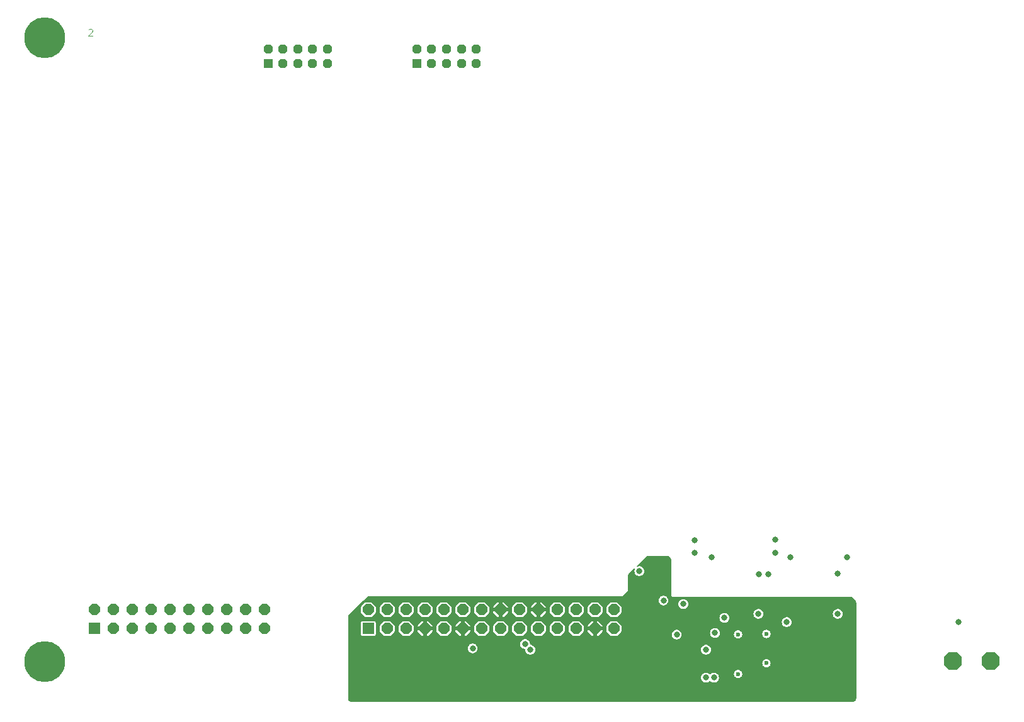
<source format=gbr>
%TF.GenerationSoftware,KiCad,Pcbnew,8.0.7-8.0.7-0~ubuntu22.04.1*%
%TF.CreationDate,2024-12-15T22:19:19+01:00*%
%TF.ProjectId,EEZ DIB 1.2 template,45455a20-4449-4422-9031-2e322074656d,rev?*%
%TF.SameCoordinates,Original*%
%TF.FileFunction,Copper,L2,Inr*%
%TF.FilePolarity,Positive*%
%FSLAX46Y46*%
G04 Gerber Fmt 4.6, Leading zero omitted, Abs format (unit mm)*
G04 Created by KiCad (PCBNEW 8.0.7-8.0.7-0~ubuntu22.04.1) date 2024-12-15 22:19:19*
%MOMM*%
%LPD*%
G01*
G04 APERTURE LIST*
G04 Aperture macros list*
%AMOutline5P*
0 Free polygon, 5 corners , with rotation*
0 The origin of the aperture is its center*
0 number of corners: always 5*
0 $1 to $10 corner X, Y*
0 $11 Rotation angle, in degrees counterclockwise*
0 create outline with 5 corners*
4,1,5,$1,$2,$3,$4,$5,$6,$7,$8,$9,$10,$1,$2,$11*%
%AMOutline6P*
0 Free polygon, 6 corners , with rotation*
0 The origin of the aperture is its center*
0 number of corners: always 6*
0 $1 to $12 corner X, Y*
0 $13 Rotation angle, in degrees counterclockwise*
0 create outline with 6 corners*
4,1,6,$1,$2,$3,$4,$5,$6,$7,$8,$9,$10,$11,$12,$1,$2,$13*%
%AMOutline7P*
0 Free polygon, 7 corners , with rotation*
0 The origin of the aperture is its center*
0 number of corners: always 7*
0 $1 to $14 corner X, Y*
0 $15 Rotation angle, in degrees counterclockwise*
0 create outline with 7 corners*
4,1,7,$1,$2,$3,$4,$5,$6,$7,$8,$9,$10,$11,$12,$13,$14,$1,$2,$15*%
%AMOutline8P*
0 Free polygon, 8 corners , with rotation*
0 The origin of the aperture is its center*
0 number of corners: always 8*
0 $1 to $16 corner X, Y*
0 $17 Rotation angle, in degrees counterclockwise*
0 create outline with 8 corners*
4,1,8,$1,$2,$3,$4,$5,$6,$7,$8,$9,$10,$11,$12,$13,$14,$15,$16,$1,$2,$17*%
G04 Aperture macros list end*
%ADD10C,0.101600*%
%TA.AperFunction,NonConductor*%
%ADD11C,0.101600*%
%TD*%
%TA.AperFunction,ComponentPad*%
%ADD12Outline8P,-1.200000X0.497056X-0.497056X1.200000X0.497056X1.200000X1.200000X0.497056X1.200000X-0.497056X0.497056X-1.200000X-0.497056X-1.200000X-1.200000X-0.497056X270.000000*%
%TD*%
%TA.AperFunction,ComponentPad*%
%ADD13R,1.200000X1.200000*%
%TD*%
%TA.AperFunction,ComponentPad*%
%ADD14Outline8P,-0.600000X0.248528X-0.248528X0.600000X0.248528X0.600000X0.600000X0.248528X0.600000X-0.248528X0.248528X-0.600000X-0.248528X-0.600000X-0.600000X-0.248528X0.000000*%
%TD*%
%TA.AperFunction,ComponentPad*%
%ADD15R,1.500000X1.500000*%
%TD*%
%TA.AperFunction,ComponentPad*%
%ADD16Outline8P,-0.750000X0.310660X-0.310660X0.750000X0.310660X0.750000X0.750000X0.310660X0.750000X-0.310660X0.310660X-0.750000X-0.310660X-0.750000X-0.750000X-0.310660X0.000000*%
%TD*%
%TA.AperFunction,ComponentPad*%
%ADD17C,5.500000*%
%TD*%
%TA.AperFunction,ComponentPad*%
%ADD18Outline8P,-0.750000X0.310660X-0.310660X0.750000X0.310660X0.750000X0.750000X0.310660X0.750000X-0.310660X0.310660X-0.750000X-0.310660X-0.750000X-0.750000X-0.310660X180.000000*%
%TD*%
%TA.AperFunction,ViaPad*%
%ADD19C,0.806400*%
%TD*%
%TA.AperFunction,ViaPad*%
%ADD20C,0.600000*%
%TD*%
G04 APERTURE END LIST*
D10*
D11*
X92385243Y-61920496D02*
X92428786Y-61876953D01*
X92428786Y-61876953D02*
X92515872Y-61833410D01*
X92515872Y-61833410D02*
X92733586Y-61833410D01*
X92733586Y-61833410D02*
X92820672Y-61876953D01*
X92820672Y-61876953D02*
X92864214Y-61920496D01*
X92864214Y-61920496D02*
X92907757Y-62007582D01*
X92907757Y-62007582D02*
X92907757Y-62094668D01*
X92907757Y-62094668D02*
X92864214Y-62225296D01*
X92864214Y-62225296D02*
X92341700Y-62747810D01*
X92341700Y-62747810D02*
X92907757Y-62747810D01*
D12*
%TO.N,PE*%
%TO.C,J1*%
X213677100Y-146915600D03*
%TO.N,unconnected-(J1-Pad2)*%
X208597100Y-146915600D03*
%TD*%
D13*
%TO.N,GND*%
%TO.C,X4*%
X136500000Y-66500000D03*
D14*
X136500000Y-64500000D03*
%TO.N,/DIB v1.2 interface/AFE2N*%
X138500000Y-66500000D03*
%TO.N,/DIB v1.2 interface/AFE2P*%
X138500000Y-64500000D03*
%TO.N,GND*%
X140500000Y-66500000D03*
X140500000Y-64500000D03*
%TO.N,ADIB2_ID0*%
X142500000Y-66500000D03*
%TO.N,ADIB2_ID2*%
X142500000Y-64500000D03*
%TO.N,ADIB2_ID1*%
X144500000Y-66500000D03*
%TO.N,GND*%
X144500000Y-64500000D03*
%TD*%
D13*
%TO.N,GND*%
%TO.C,X3*%
X116500000Y-66500000D03*
D14*
X116500000Y-64500000D03*
%TO.N,/DIB v1.2 interface/AFE1N*%
X118500000Y-66500000D03*
%TO.N,/DIB v1.2 interface/AFE1P*%
X118500000Y-64500000D03*
%TO.N,GND*%
X120500000Y-66500000D03*
X120500000Y-64500000D03*
%TO.N,ADIB1_ID0*%
X122500000Y-66500000D03*
%TO.N,ADIB1_ID2*%
X122500000Y-64500000D03*
%TO.N,ADIB1_ID1*%
X124500000Y-66500000D03*
%TO.N,GND*%
X124500000Y-64500000D03*
%TD*%
D15*
%TO.N,+3V3*%
%TO.C,X2*%
X129980000Y-142540000D03*
D16*
%TO.N,unconnected-(X2-Pin_2-Pad2)*%
X129980000Y-140000000D03*
%TO.N,unconnected-(X2-Pin_3-Pad3)*%
X132520000Y-142540000D03*
%TO.N,/DIB v1.2 interface/DIB_NRESET*%
X132520000Y-140000000D03*
%TO.N,/DIB v1.2 interface/DIB_SCL*%
X135060000Y-142540000D03*
%TO.N,/DIB v1.2 interface/OE_SYNC*%
X135060000Y-140000000D03*
%TO.N,GNDIO*%
X137600000Y-142540000D03*
%TO.N,/DIB v1.2 interface/DIB_SDA*%
X137600000Y-140000000D03*
%TO.N,Net-(RN1B-2)*%
X140140000Y-142540000D03*
%TO.N,/DIB v1.2 interface/DIB_IRQ*%
X140140000Y-140000000D03*
%TO.N,GNDIO*%
X142680000Y-142540000D03*
%TO.N,/DIB v1.2 interface/DIB_CSB*%
X142680000Y-140000000D03*
%TO.N,Net-(RN1C-2)*%
X145220000Y-142540000D03*
%TO.N,Net-(RN1A-2)*%
X145220000Y-140000000D03*
%TO.N,Net-(RN1D-2)*%
X147760000Y-142540000D03*
%TO.N,GNDIO*%
X147760000Y-140000000D03*
%TO.N,/DIB v1.2 interface/DIB_A0*%
X150300000Y-142540000D03*
%TO.N,/DIB v1.2 interface/DIB_A2*%
X150300000Y-140000000D03*
%TO.N,/DIB v1.2 interface/DIB_A1*%
X152840000Y-142540000D03*
%TO.N,GNDIO*%
X152840000Y-140000000D03*
%TO.N,unconnected-(X2-Pin_21-Pad21)*%
X155380000Y-142540000D03*
%TO.N,unconnected-(X2-Pin_22-Pad22)*%
X155380000Y-140000000D03*
%TO.N,+5V*%
X157920000Y-142540000D03*
X157920000Y-140000000D03*
%TO.N,GNDIO*%
X160460000Y-142540000D03*
%TO.N,/DIB v1.2 interface/DIB_BOOT*%
X160460000Y-140000000D03*
%TO.N,unconnected-(X2-Pin_27-Pad27)*%
X163000000Y-142540000D03*
%TO.N,unconnected-(X2-Pin_28-Pad28)*%
X163000000Y-140000000D03*
%TD*%
D17*
%TO.N,*%
%TO.C,KK1*%
X86500000Y-63000000D03*
%TD*%
D15*
%TO.N,unconnected-(X1-Pin_1-Pad1)*%
%TO.C,X1*%
X93140000Y-142540000D03*
D18*
%TO.N,unconnected-(X1-Pin_2-Pad2)*%
X93140000Y-140000000D03*
%TO.N,unconnected-(X1-Pin_3-Pad3)*%
X95680000Y-142540000D03*
%TO.N,unconnected-(X1-Pin_4-Pad4)*%
X95680000Y-140000000D03*
%TO.N,unconnected-(X1-Pin_5-Pad5)*%
X98220000Y-142540000D03*
%TO.N,unconnected-(X1-Pin_6-Pad6)*%
X98220000Y-140000000D03*
%TO.N,unconnected-(X1-Pin_7-Pad7)*%
X100760000Y-142540000D03*
%TO.N,unconnected-(X1-Pin_8-Pad8)*%
X100760000Y-140000000D03*
%TO.N,unconnected-(X1-Pin_9-Pad9)*%
X103300000Y-142540000D03*
%TO.N,unconnected-(X1-Pin_10-Pad10)*%
X103300000Y-140000000D03*
%TO.N,unconnected-(X1-Pin_11-Pad11)*%
X105840000Y-142540000D03*
%TO.N,unconnected-(X1-Pin_12-Pad12)*%
X105840000Y-140000000D03*
%TO.N,unconnected-(X1-Pin_13-Pad13)*%
X108380000Y-142540000D03*
%TO.N,unconnected-(X1-Pin_14-Pad14)*%
X108380000Y-140000000D03*
%TO.N,unconnected-(X1-Pin_15-Pad15)*%
X110920000Y-142540000D03*
%TO.N,unconnected-(X1-Pin_16-Pad16)*%
X110920000Y-140000000D03*
%TO.N,unconnected-(X1-Pin_17-Pad17)*%
X113460000Y-142540000D03*
%TO.N,unconnected-(X1-Pin_18-Pad18)*%
X113460000Y-140000000D03*
%TO.N,unconnected-(X1-Pin_19-Pad19)*%
X116000000Y-142540000D03*
%TO.N,unconnected-(X1-Pin_20-Pad20)*%
X116000000Y-140000000D03*
%TD*%
D17*
%TO.N,*%
%TO.C,KK2*%
X86500000Y-147000000D03*
%TD*%
D19*
%TO.N,GND*%
X176148600Y-132945600D03*
X209336000Y-141668500D03*
X183768600Y-135231600D03*
X184657600Y-130596100D03*
X194373100Y-132945600D03*
X186753100Y-132945600D03*
X173862600Y-130659600D03*
%TO.N,+3V3*%
X172338600Y-139232100D03*
X166433510Y-134810500D03*
X171449600Y-143359600D03*
X182435100Y-140565600D03*
X186245500Y-141668500D03*
X193103100Y-140565600D03*
%TO.N,GNDIO*%
X168401600Y-143867600D03*
X173164100Y-141485200D03*
X186245500Y-143002000D03*
X186753100Y-140565600D03*
X170624100Y-140481800D03*
X184403600Y-139359100D03*
X165848900Y-136171400D03*
X194373100Y-140565600D03*
X176148600Y-140565600D03*
%TO.N,/DIB v1.2 interface/DIB_A0*%
X169671600Y-138762200D03*
%TO.N,+3V3_ISO*%
X193039600Y-135168100D03*
X173862600Y-132374100D03*
X182498600Y-135231600D03*
X184657600Y-132374100D03*
%TO.N,/DIB v1.2 interface/DIB_SDA*%
X151066100Y-144629600D03*
%TO.N,/DIB v1.2 interface/DIB_SCL*%
X151764600Y-145391600D03*
%TO.N,/DIB v1.2 interface/DIB_BOOT*%
X177863502Y-141097002D03*
%TO.N,/DIB v1.2 interface/DIB_NRESET*%
X176593500Y-143129000D03*
X176466504Y-149138100D03*
%TO.N,/DIB v1.2 interface/OE_SYNC*%
X175387000Y-149138100D03*
X175387000Y-145391600D03*
D20*
%TO.N,/DIB v1.2 interface/DIB_CSB*%
X183515008Y-143256000D03*
X183515000Y-147193000D03*
%TO.N,/DIB v1.2 interface/DIB_IRQ*%
X179705000Y-143319506D03*
X179705000Y-148653500D03*
D19*
%TO.N,Net-(RN1A-2)*%
X144017600Y-145201100D03*
%TD*%
%TA.AperFunction,Conductor*%
%TO.N,GNDIO*%
G36*
X170239860Y-132779035D02*
G01*
X170344677Y-132792834D01*
X170360432Y-132797055D01*
X170454300Y-132835937D01*
X170468418Y-132844087D01*
X170549028Y-132905941D01*
X170560562Y-132917476D01*
X170622409Y-132998077D01*
X170630563Y-133012201D01*
X170665228Y-133095886D01*
X170669443Y-133106063D01*
X170673665Y-133121822D01*
X170687465Y-133226640D01*
X170688000Y-133234798D01*
X170688000Y-138059894D01*
X170867606Y-138239500D01*
X194783091Y-138239500D01*
X194791248Y-138240034D01*
X194910506Y-138255735D01*
X194926263Y-138259957D01*
X195033585Y-138304411D01*
X195047711Y-138312566D01*
X195143155Y-138385804D01*
X195149291Y-138391186D01*
X195428313Y-138670208D01*
X195433696Y-138676345D01*
X195499578Y-138762203D01*
X195506930Y-138771784D01*
X195515088Y-138785914D01*
X195559542Y-138893236D01*
X195563764Y-138908996D01*
X195579465Y-139028251D01*
X195580000Y-139036409D01*
X195580000Y-151887905D01*
X195579465Y-151896063D01*
X195563764Y-152015318D01*
X195559542Y-152031078D01*
X195515088Y-152138400D01*
X195506930Y-152152530D01*
X195436219Y-152244682D01*
X195424682Y-152256219D01*
X195332530Y-152326930D01*
X195318400Y-152335088D01*
X195211078Y-152379542D01*
X195195318Y-152383764D01*
X195076064Y-152399465D01*
X195067906Y-152400000D01*
X127766094Y-152400000D01*
X127757936Y-152399465D01*
X127638681Y-152383764D01*
X127622921Y-152379542D01*
X127515599Y-152335088D01*
X127501471Y-152326931D01*
X127409314Y-152256216D01*
X127397783Y-152244685D01*
X127327066Y-152152526D01*
X127318911Y-152138400D01*
X127274457Y-152031078D01*
X127270235Y-152015318D01*
X127254535Y-151896063D01*
X127254000Y-151887905D01*
X127254000Y-149138096D01*
X174724469Y-149138096D01*
X174724469Y-149138103D01*
X174743719Y-149296646D01*
X174743720Y-149296650D01*
X174743720Y-149296651D01*
X174743721Y-149296654D01*
X174788443Y-149414576D01*
X174800359Y-149445997D01*
X174891085Y-149577436D01*
X174891088Y-149577439D01*
X175010639Y-149683352D01*
X175152063Y-149757577D01*
X175307141Y-149795800D01*
X175307143Y-149795800D01*
X175466857Y-149795800D01*
X175466859Y-149795800D01*
X175621937Y-149757577D01*
X175763361Y-149683352D01*
X175882912Y-149577439D01*
X175882912Y-149577438D01*
X175885307Y-149575317D01*
X175930526Y-149559713D01*
X175968197Y-149575317D01*
X175970591Y-149577438D01*
X175970592Y-149577439D01*
X176090143Y-149683352D01*
X176231567Y-149757577D01*
X176386645Y-149795800D01*
X176386647Y-149795800D01*
X176546361Y-149795800D01*
X176546363Y-149795800D01*
X176701441Y-149757577D01*
X176842865Y-149683352D01*
X176962416Y-149577439D01*
X177053146Y-149445994D01*
X177109783Y-149296654D01*
X177119967Y-149212785D01*
X177129035Y-149138103D01*
X177129035Y-149138096D01*
X177109784Y-148979553D01*
X177109783Y-148979549D01*
X177109783Y-148979546D01*
X177053146Y-148830206D01*
X177053144Y-148830204D01*
X177053144Y-148830202D01*
X176962418Y-148698763D01*
X176962414Y-148698759D01*
X176911325Y-148653498D01*
X179145715Y-148653498D01*
X179145715Y-148653501D01*
X179164770Y-148798247D01*
X179164771Y-148798253D01*
X179164772Y-148798254D01*
X179220645Y-148933143D01*
X179309526Y-149048974D01*
X179425357Y-149137855D01*
X179560246Y-149193728D01*
X179560250Y-149193728D01*
X179560252Y-149193729D01*
X179704998Y-149212785D01*
X179705000Y-149212785D01*
X179705002Y-149212785D01*
X179849747Y-149193729D01*
X179849747Y-149193728D01*
X179849754Y-149193728D01*
X179984643Y-149137855D01*
X180100474Y-149048974D01*
X180189355Y-148933143D01*
X180245228Y-148798254D01*
X180264285Y-148653500D01*
X180246528Y-148518623D01*
X180245229Y-148508752D01*
X180245228Y-148508750D01*
X180245228Y-148508746D01*
X180189355Y-148373858D01*
X180100474Y-148258026D01*
X180100472Y-148258025D01*
X180100472Y-148258024D01*
X180065349Y-148231074D01*
X179984643Y-148169145D01*
X179984639Y-148169143D01*
X179849757Y-148113273D01*
X179849747Y-148113270D01*
X179705002Y-148094215D01*
X179704998Y-148094215D01*
X179560252Y-148113270D01*
X179560242Y-148113273D01*
X179425360Y-148169143D01*
X179309525Y-148258025D01*
X179220643Y-148373860D01*
X179164773Y-148508742D01*
X179164770Y-148508752D01*
X179145715Y-148653498D01*
X176911325Y-148653498D01*
X176842864Y-148592847D01*
X176701442Y-148518623D01*
X176546365Y-148480400D01*
X176546363Y-148480400D01*
X176386645Y-148480400D01*
X176386642Y-148480400D01*
X176231565Y-148518623D01*
X176090143Y-148592847D01*
X175968197Y-148700882D01*
X175922978Y-148716486D01*
X175885307Y-148700882D01*
X175763360Y-148592847D01*
X175621938Y-148518623D01*
X175466861Y-148480400D01*
X175466859Y-148480400D01*
X175307141Y-148480400D01*
X175307138Y-148480400D01*
X175152061Y-148518623D01*
X175010639Y-148592847D01*
X174891089Y-148698759D01*
X174891085Y-148698763D01*
X174800359Y-148830202D01*
X174743720Y-148979549D01*
X174743719Y-148979553D01*
X174724469Y-149138096D01*
X127254000Y-149138096D01*
X127254000Y-147192998D01*
X182955715Y-147192998D01*
X182955715Y-147193001D01*
X182974770Y-147337747D01*
X182974771Y-147337753D01*
X182974772Y-147337754D01*
X183030645Y-147472643D01*
X183119526Y-147588474D01*
X183235357Y-147677355D01*
X183370246Y-147733228D01*
X183370250Y-147733228D01*
X183370252Y-147733229D01*
X183514998Y-147752285D01*
X183515000Y-147752285D01*
X183515002Y-147752285D01*
X183659747Y-147733229D01*
X183659747Y-147733228D01*
X183659754Y-147733228D01*
X183794643Y-147677355D01*
X183910474Y-147588474D01*
X183999355Y-147472643D01*
X184055228Y-147337754D01*
X184074285Y-147193000D01*
X184055228Y-147048246D01*
X183999355Y-146913358D01*
X183910474Y-146797526D01*
X183910472Y-146797525D01*
X183910472Y-146797524D01*
X183875349Y-146770574D01*
X183794643Y-146708645D01*
X183794639Y-146708643D01*
X183659757Y-146652773D01*
X183659747Y-146652770D01*
X183515002Y-146633715D01*
X183514998Y-146633715D01*
X183370252Y-146652770D01*
X183370242Y-146652773D01*
X183235360Y-146708643D01*
X183119525Y-146797525D01*
X183030643Y-146913360D01*
X182974773Y-147048242D01*
X182974770Y-147048252D01*
X182955715Y-147192998D01*
X127254000Y-147192998D01*
X127254000Y-145201096D01*
X143355069Y-145201096D01*
X143355069Y-145201103D01*
X143374319Y-145359646D01*
X143374320Y-145359650D01*
X143374320Y-145359651D01*
X143374321Y-145359654D01*
X143386438Y-145391603D01*
X143430959Y-145508997D01*
X143521685Y-145640436D01*
X143521688Y-145640439D01*
X143641239Y-145746352D01*
X143782663Y-145820577D01*
X143937741Y-145858800D01*
X143937743Y-145858800D01*
X144097457Y-145858800D01*
X144097459Y-145858800D01*
X144252537Y-145820577D01*
X144393961Y-145746352D01*
X144513512Y-145640439D01*
X144604242Y-145508994D01*
X144660879Y-145359654D01*
X144661161Y-145357333D01*
X144680131Y-145201103D01*
X144680131Y-145201096D01*
X144660880Y-145042553D01*
X144660879Y-145042549D01*
X144660879Y-145042546D01*
X144604242Y-144893206D01*
X144604240Y-144893204D01*
X144604240Y-144893202D01*
X144513514Y-144761763D01*
X144513510Y-144761759D01*
X144393960Y-144655847D01*
X144343943Y-144629596D01*
X150403569Y-144629596D01*
X150403569Y-144629603D01*
X150422819Y-144788146D01*
X150422820Y-144788150D01*
X150422820Y-144788151D01*
X150422821Y-144788154D01*
X150444891Y-144846347D01*
X150479459Y-144937497D01*
X150570185Y-145068936D01*
X150570188Y-145068939D01*
X150689739Y-145174852D01*
X150831163Y-145249077D01*
X150986241Y-145287300D01*
X151044185Y-145287300D01*
X151088379Y-145305606D01*
X151106685Y-145349800D01*
X151106229Y-145357333D01*
X151102069Y-145391597D01*
X151102069Y-145391603D01*
X151121319Y-145550146D01*
X151121320Y-145550150D01*
X151121320Y-145550151D01*
X151121321Y-145550154D01*
X151155562Y-145640440D01*
X151177959Y-145699497D01*
X151268685Y-145830936D01*
X151268689Y-145830940D01*
X151388239Y-145936852D01*
X151529663Y-146011077D01*
X151684741Y-146049300D01*
X151684743Y-146049300D01*
X151844457Y-146049300D01*
X151844459Y-146049300D01*
X151999537Y-146011077D01*
X152140961Y-145936852D01*
X152260512Y-145830939D01*
X152351242Y-145699494D01*
X152407879Y-145550154D01*
X152427131Y-145391600D01*
X152427131Y-145391596D01*
X174724469Y-145391596D01*
X174724469Y-145391603D01*
X174743719Y-145550146D01*
X174743720Y-145550150D01*
X174743720Y-145550151D01*
X174743721Y-145550154D01*
X174777962Y-145640440D01*
X174800359Y-145699497D01*
X174891085Y-145830936D01*
X174891089Y-145830940D01*
X175010639Y-145936852D01*
X175152063Y-146011077D01*
X175307141Y-146049300D01*
X175307143Y-146049300D01*
X175466857Y-146049300D01*
X175466859Y-146049300D01*
X175621937Y-146011077D01*
X175763361Y-145936852D01*
X175882912Y-145830939D01*
X175973642Y-145699494D01*
X176030279Y-145550154D01*
X176049531Y-145391600D01*
X176045370Y-145357333D01*
X176030280Y-145233053D01*
X176030279Y-145233049D01*
X176030279Y-145233046D01*
X175973642Y-145083706D01*
X175973640Y-145083704D01*
X175973640Y-145083702D01*
X175882914Y-144952263D01*
X175882910Y-144952259D01*
X175763360Y-144846347D01*
X175621938Y-144772123D01*
X175466861Y-144733900D01*
X175466859Y-144733900D01*
X175307141Y-144733900D01*
X175307138Y-144733900D01*
X175152061Y-144772123D01*
X175010639Y-144846347D01*
X174891089Y-144952259D01*
X174891085Y-144952263D01*
X174800359Y-145083702D01*
X174743720Y-145233049D01*
X174743719Y-145233053D01*
X174724469Y-145391596D01*
X152427131Y-145391596D01*
X152422970Y-145357333D01*
X152407880Y-145233053D01*
X152407879Y-145233049D01*
X152407879Y-145233046D01*
X152351242Y-145083706D01*
X152351240Y-145083704D01*
X152351240Y-145083702D01*
X152260514Y-144952263D01*
X152260510Y-144952259D01*
X152140960Y-144846347D01*
X151999538Y-144772123D01*
X151844461Y-144733900D01*
X151844459Y-144733900D01*
X151786515Y-144733900D01*
X151742321Y-144715594D01*
X151724015Y-144671400D01*
X151724471Y-144663867D01*
X151728631Y-144629602D01*
X151728631Y-144629596D01*
X151709380Y-144471053D01*
X151709379Y-144471049D01*
X151709379Y-144471046D01*
X151652742Y-144321706D01*
X151652740Y-144321704D01*
X151652740Y-144321702D01*
X151562014Y-144190263D01*
X151562010Y-144190259D01*
X151442460Y-144084347D01*
X151301038Y-144010123D01*
X151145961Y-143971900D01*
X151145959Y-143971900D01*
X150986241Y-143971900D01*
X150986238Y-143971900D01*
X150831161Y-144010123D01*
X150689739Y-144084347D01*
X150570189Y-144190259D01*
X150570185Y-144190263D01*
X150479459Y-144321702D01*
X150422820Y-144471049D01*
X150422819Y-144471053D01*
X150403569Y-144629596D01*
X144343943Y-144629596D01*
X144252538Y-144581623D01*
X144097461Y-144543400D01*
X144097459Y-144543400D01*
X143937741Y-144543400D01*
X143937738Y-144543400D01*
X143782661Y-144581623D01*
X143641239Y-144655847D01*
X143521689Y-144761759D01*
X143521685Y-144761763D01*
X143430959Y-144893202D01*
X143374320Y-145042549D01*
X143374319Y-145042553D01*
X143355069Y-145201096D01*
X127254000Y-145201096D01*
X127254000Y-141764932D01*
X128975500Y-141764932D01*
X128975500Y-143315064D01*
X128975501Y-143315068D01*
X128990265Y-143389299D01*
X128990267Y-143389303D01*
X129046515Y-143473484D01*
X129130697Y-143529733D01*
X129130699Y-143529734D01*
X129204933Y-143544500D01*
X130755066Y-143544499D01*
X130829301Y-143529734D01*
X130913484Y-143473484D01*
X130969734Y-143389301D01*
X130984500Y-143315067D01*
X130984499Y-142204273D01*
X131515499Y-142204273D01*
X131515499Y-142875729D01*
X131530264Y-142949960D01*
X131530265Y-142949962D01*
X131572314Y-143012892D01*
X131572316Y-143012894D01*
X132047105Y-143487682D01*
X132047107Y-143487684D01*
X132110037Y-143529733D01*
X132110039Y-143529734D01*
X132184273Y-143544500D01*
X132855729Y-143544501D01*
X132929961Y-143529735D01*
X132992893Y-143487685D01*
X133467684Y-143012893D01*
X133509734Y-142949961D01*
X133524500Y-142875727D01*
X133524501Y-142204273D01*
X134055499Y-142204273D01*
X134055499Y-142875729D01*
X134070264Y-142949960D01*
X134070265Y-142949962D01*
X134112314Y-143012892D01*
X134112316Y-143012894D01*
X134587105Y-143487682D01*
X134587107Y-143487684D01*
X134650037Y-143529733D01*
X134650039Y-143529734D01*
X134724273Y-143544500D01*
X135395729Y-143544501D01*
X135469961Y-143529735D01*
X135532893Y-143487685D01*
X136007684Y-143012893D01*
X136049734Y-142949961D01*
X136064500Y-142875727D01*
X136064501Y-142204322D01*
X136596000Y-142204322D01*
X136596000Y-142286000D01*
X137169297Y-142286000D01*
X137134075Y-142347007D01*
X137100000Y-142474174D01*
X137100000Y-142605826D01*
X137134075Y-142732993D01*
X137169297Y-142794000D01*
X136596000Y-142794000D01*
X136596000Y-142875678D01*
X136610736Y-142949765D01*
X136610737Y-142949767D01*
X136652703Y-143012573D01*
X136652705Y-143012575D01*
X137127423Y-143487294D01*
X137127425Y-143487296D01*
X137190231Y-143529261D01*
X137190235Y-143529263D01*
X137264322Y-143543999D01*
X137264323Y-143544000D01*
X137346000Y-143544000D01*
X137346000Y-142970702D01*
X137407007Y-143005925D01*
X137534174Y-143040000D01*
X137665826Y-143040000D01*
X137792993Y-143005925D01*
X137854000Y-142970702D01*
X137854000Y-143544000D01*
X137935678Y-143544000D01*
X137935678Y-143543999D01*
X138009765Y-143529263D01*
X138009767Y-143529262D01*
X138072573Y-143487296D01*
X138072575Y-143487294D01*
X138547294Y-143012576D01*
X138547296Y-143012574D01*
X138589261Y-142949768D01*
X138589263Y-142949764D01*
X138603999Y-142875677D01*
X138604000Y-142875677D01*
X138604000Y-142794000D01*
X138030703Y-142794000D01*
X138065925Y-142732993D01*
X138100000Y-142605826D01*
X138100000Y-142474174D01*
X138065925Y-142347007D01*
X138030703Y-142286000D01*
X138604000Y-142286000D01*
X138604000Y-142204322D01*
X138603999Y-142204321D01*
X138603989Y-142204273D01*
X139135499Y-142204273D01*
X139135499Y-142875729D01*
X139150264Y-142949960D01*
X139150265Y-142949962D01*
X139192314Y-143012892D01*
X139192316Y-143012894D01*
X139667105Y-143487682D01*
X139667107Y-143487684D01*
X139730037Y-143529733D01*
X139730039Y-143529734D01*
X139804273Y-143544500D01*
X140475729Y-143544501D01*
X140549961Y-143529735D01*
X140612893Y-143487685D01*
X141087684Y-143012893D01*
X141129734Y-142949961D01*
X141144500Y-142875727D01*
X141144501Y-142204322D01*
X141676000Y-142204322D01*
X141676000Y-142286000D01*
X142249297Y-142286000D01*
X142214075Y-142347007D01*
X142180000Y-142474174D01*
X142180000Y-142605826D01*
X142214075Y-142732993D01*
X142249297Y-142794000D01*
X141676000Y-142794000D01*
X141676000Y-142875678D01*
X141690736Y-142949765D01*
X141690737Y-142949767D01*
X141732703Y-143012573D01*
X141732705Y-143012575D01*
X142207423Y-143487294D01*
X142207425Y-143487296D01*
X142270231Y-143529261D01*
X142270235Y-143529263D01*
X142344322Y-143543999D01*
X142344323Y-143544000D01*
X142426000Y-143544000D01*
X142426000Y-142970702D01*
X142487007Y-143005925D01*
X142614174Y-143040000D01*
X142745826Y-143040000D01*
X142872993Y-143005925D01*
X142934000Y-142970702D01*
X142934000Y-143544000D01*
X143015678Y-143544000D01*
X143015678Y-143543999D01*
X143089765Y-143529263D01*
X143089767Y-143529262D01*
X143152573Y-143487296D01*
X143152575Y-143487294D01*
X143627294Y-143012576D01*
X143627296Y-143012574D01*
X143669261Y-142949768D01*
X143669263Y-142949764D01*
X143683999Y-142875677D01*
X143684000Y-142875677D01*
X143684000Y-142794000D01*
X143110703Y-142794000D01*
X143145925Y-142732993D01*
X143180000Y-142605826D01*
X143180000Y-142474174D01*
X143145925Y-142347007D01*
X143110703Y-142286000D01*
X143684000Y-142286000D01*
X143684000Y-142204322D01*
X143683999Y-142204321D01*
X143683989Y-142204273D01*
X144215499Y-142204273D01*
X144215499Y-142875729D01*
X144230264Y-142949960D01*
X144230265Y-142949962D01*
X144272314Y-143012892D01*
X144272316Y-143012894D01*
X144747105Y-143487682D01*
X144747107Y-143487684D01*
X144810037Y-143529733D01*
X144810039Y-143529734D01*
X144884273Y-143544500D01*
X145555729Y-143544501D01*
X145629961Y-143529735D01*
X145692893Y-143487685D01*
X146167684Y-143012893D01*
X146209734Y-142949961D01*
X146224500Y-142875727D01*
X146224501Y-142204273D01*
X146755499Y-142204273D01*
X146755499Y-142875729D01*
X146770264Y-142949960D01*
X146770265Y-142949962D01*
X146812314Y-143012892D01*
X146812316Y-143012894D01*
X147287105Y-143487682D01*
X147287107Y-143487684D01*
X147350037Y-143529733D01*
X147350039Y-143529734D01*
X147424273Y-143544500D01*
X148095729Y-143544501D01*
X148169961Y-143529735D01*
X148232893Y-143487685D01*
X148707684Y-143012893D01*
X148749734Y-142949961D01*
X148764500Y-142875727D01*
X148764501Y-142204273D01*
X149295499Y-142204273D01*
X149295499Y-142875729D01*
X149310264Y-142949960D01*
X149310265Y-142949962D01*
X149352314Y-143012892D01*
X149352316Y-143012894D01*
X149827105Y-143487682D01*
X149827107Y-143487684D01*
X149890037Y-143529733D01*
X149890039Y-143529734D01*
X149964273Y-143544500D01*
X150635729Y-143544501D01*
X150709961Y-143529735D01*
X150772893Y-143487685D01*
X151247684Y-143012893D01*
X151289734Y-142949961D01*
X151304500Y-142875727D01*
X151304501Y-142204273D01*
X151835499Y-142204273D01*
X151835499Y-142875729D01*
X151850264Y-142949960D01*
X151850265Y-142949962D01*
X151892314Y-143012892D01*
X151892316Y-143012894D01*
X152367105Y-143487682D01*
X152367107Y-143487684D01*
X152430037Y-143529733D01*
X152430039Y-143529734D01*
X152504273Y-143544500D01*
X153175729Y-143544501D01*
X153249961Y-143529735D01*
X153312893Y-143487685D01*
X153787684Y-143012893D01*
X153829734Y-142949961D01*
X153844500Y-142875727D01*
X153844501Y-142204273D01*
X154375499Y-142204273D01*
X154375499Y-142875729D01*
X154390264Y-142949960D01*
X154390265Y-142949962D01*
X154432314Y-143012892D01*
X154432316Y-143012894D01*
X154907105Y-143487682D01*
X154907107Y-143487684D01*
X154970037Y-143529733D01*
X154970039Y-143529734D01*
X155044273Y-143544500D01*
X155715729Y-143544501D01*
X155789961Y-143529735D01*
X155852893Y-143487685D01*
X156327684Y-143012893D01*
X156369734Y-142949961D01*
X156384500Y-142875727D01*
X156384501Y-142204273D01*
X156915499Y-142204273D01*
X156915499Y-142875729D01*
X156930264Y-142949960D01*
X156930265Y-142949962D01*
X156972314Y-143012892D01*
X156972316Y-143012894D01*
X157447105Y-143487682D01*
X157447107Y-143487684D01*
X157510037Y-143529733D01*
X157510039Y-143529734D01*
X157584273Y-143544500D01*
X158255729Y-143544501D01*
X158329961Y-143529735D01*
X158392893Y-143487685D01*
X158867684Y-143012893D01*
X158909734Y-142949961D01*
X158924500Y-142875727D01*
X158924501Y-142204322D01*
X159456000Y-142204322D01*
X159456000Y-142286000D01*
X160029297Y-142286000D01*
X159994075Y-142347007D01*
X159960000Y-142474174D01*
X159960000Y-142605826D01*
X159994075Y-142732993D01*
X160029297Y-142794000D01*
X159456000Y-142794000D01*
X159456000Y-142875678D01*
X159470736Y-142949765D01*
X159470737Y-142949767D01*
X159512703Y-143012573D01*
X159512705Y-143012575D01*
X159987423Y-143487294D01*
X159987425Y-143487296D01*
X160050231Y-143529261D01*
X160050235Y-143529263D01*
X160124322Y-143543999D01*
X160124323Y-143544000D01*
X160206000Y-143544000D01*
X160206000Y-142970702D01*
X160267007Y-143005925D01*
X160394174Y-143040000D01*
X160525826Y-143040000D01*
X160652993Y-143005925D01*
X160714000Y-142970702D01*
X160714000Y-143544000D01*
X160795678Y-143544000D01*
X160795678Y-143543999D01*
X160869765Y-143529263D01*
X160869767Y-143529262D01*
X160932573Y-143487296D01*
X160932575Y-143487294D01*
X161407294Y-143012576D01*
X161407296Y-143012574D01*
X161449261Y-142949768D01*
X161449263Y-142949764D01*
X161463999Y-142875677D01*
X161464000Y-142875677D01*
X161464000Y-142794000D01*
X160890703Y-142794000D01*
X160925925Y-142732993D01*
X160960000Y-142605826D01*
X160960000Y-142474174D01*
X160925925Y-142347007D01*
X160890703Y-142286000D01*
X161464000Y-142286000D01*
X161464000Y-142204322D01*
X161463999Y-142204321D01*
X161463989Y-142204273D01*
X161995499Y-142204273D01*
X161995499Y-142875729D01*
X162010264Y-142949960D01*
X162010265Y-142949962D01*
X162052314Y-143012892D01*
X162052316Y-143012894D01*
X162527105Y-143487682D01*
X162527107Y-143487684D01*
X162590037Y-143529733D01*
X162590039Y-143529734D01*
X162664273Y-143544500D01*
X163335729Y-143544501D01*
X163409961Y-143529735D01*
X163472893Y-143487685D01*
X163600982Y-143359596D01*
X170787069Y-143359596D01*
X170787069Y-143359603D01*
X170806319Y-143518146D01*
X170806320Y-143518150D01*
X170806320Y-143518151D01*
X170806321Y-143518154D01*
X170825354Y-143568339D01*
X170862959Y-143667497D01*
X170953685Y-143798936D01*
X170953688Y-143798939D01*
X171073239Y-143904852D01*
X171214663Y-143979077D01*
X171369741Y-144017300D01*
X171369743Y-144017300D01*
X171529457Y-144017300D01*
X171529459Y-144017300D01*
X171684537Y-143979077D01*
X171825961Y-143904852D01*
X171945512Y-143798939D01*
X172036242Y-143667494D01*
X172092879Y-143518154D01*
X172099424Y-143464253D01*
X172112131Y-143359603D01*
X172112131Y-143359596D01*
X172092880Y-143201053D01*
X172092879Y-143201049D01*
X172092879Y-143201046D01*
X172065554Y-143128996D01*
X175930969Y-143128996D01*
X175930969Y-143129003D01*
X175950219Y-143287546D01*
X175950220Y-143287550D01*
X175950220Y-143287551D01*
X175950221Y-143287554D01*
X175988808Y-143389299D01*
X176006859Y-143436897D01*
X176097585Y-143568336D01*
X176097588Y-143568339D01*
X176217139Y-143674252D01*
X176358563Y-143748477D01*
X176513641Y-143786700D01*
X176513643Y-143786700D01*
X176673357Y-143786700D01*
X176673359Y-143786700D01*
X176828437Y-143748477D01*
X176969861Y-143674252D01*
X177089412Y-143568339D01*
X177180142Y-143436894D01*
X177224662Y-143319504D01*
X179145715Y-143319504D01*
X179145715Y-143319507D01*
X179164770Y-143464253D01*
X179164773Y-143464263D01*
X179207881Y-143568336D01*
X179220645Y-143599149D01*
X179309526Y-143714980D01*
X179425357Y-143803861D01*
X179560246Y-143859734D01*
X179560250Y-143859734D01*
X179560252Y-143859735D01*
X179704998Y-143878791D01*
X179705000Y-143878791D01*
X179705002Y-143878791D01*
X179849747Y-143859735D01*
X179849747Y-143859734D01*
X179849754Y-143859734D01*
X179984643Y-143803861D01*
X180100474Y-143714980D01*
X180189355Y-143599149D01*
X180245228Y-143464260D01*
X180255096Y-143389302D01*
X180264285Y-143319507D01*
X180264285Y-143319504D01*
X180255924Y-143255998D01*
X182955723Y-143255998D01*
X182955723Y-143256001D01*
X182974778Y-143400747D01*
X182974781Y-143400757D01*
X183028205Y-143529735D01*
X183030653Y-143535643D01*
X183119534Y-143651474D01*
X183235365Y-143740355D01*
X183370254Y-143796228D01*
X183370258Y-143796228D01*
X183370260Y-143796229D01*
X183515006Y-143815285D01*
X183515008Y-143815285D01*
X183515010Y-143815285D01*
X183659755Y-143796229D01*
X183659755Y-143796228D01*
X183659762Y-143796228D01*
X183794651Y-143740355D01*
X183910482Y-143651474D01*
X183999363Y-143535643D01*
X184055236Y-143400754D01*
X184060654Y-143359600D01*
X184074293Y-143256001D01*
X184074293Y-143255998D01*
X184055237Y-143111252D01*
X184055236Y-143111250D01*
X184055236Y-143111246D01*
X184014497Y-143012894D01*
X183999365Y-142976362D01*
X183999364Y-142976361D01*
X183999363Y-142976358D01*
X183910482Y-142860526D01*
X183910480Y-142860525D01*
X183910480Y-142860524D01*
X183850302Y-142814348D01*
X183794651Y-142771645D01*
X183794647Y-142771643D01*
X183659765Y-142715773D01*
X183659755Y-142715770D01*
X183515010Y-142696715D01*
X183515006Y-142696715D01*
X183370260Y-142715770D01*
X183370250Y-142715773D01*
X183235368Y-142771643D01*
X183119533Y-142860525D01*
X183030651Y-142976360D01*
X182974781Y-143111242D01*
X182974778Y-143111252D01*
X182955723Y-143255998D01*
X180255924Y-143255998D01*
X180245229Y-143174758D01*
X180245228Y-143174756D01*
X180245228Y-143174752D01*
X180194259Y-143051702D01*
X180189357Y-143039868D01*
X180189356Y-143039867D01*
X180189355Y-143039864D01*
X180100474Y-142924032D01*
X180100472Y-142924031D01*
X180100472Y-142924030D01*
X180065349Y-142897080D01*
X179984643Y-142835151D01*
X179984639Y-142835149D01*
X179849757Y-142779279D01*
X179849747Y-142779276D01*
X179705002Y-142760221D01*
X179704998Y-142760221D01*
X179560252Y-142779276D01*
X179560242Y-142779279D01*
X179425360Y-142835149D01*
X179309525Y-142924031D01*
X179220643Y-143039866D01*
X179164773Y-143174748D01*
X179164770Y-143174758D01*
X179145715Y-143319504D01*
X177224662Y-143319504D01*
X177236779Y-143287554D01*
X177256031Y-143129000D01*
X177253875Y-143111246D01*
X177236780Y-142970453D01*
X177236779Y-142970449D01*
X177236779Y-142970446D01*
X177180142Y-142821106D01*
X177180140Y-142821104D01*
X177180140Y-142821102D01*
X177089414Y-142689663D01*
X177089410Y-142689659D01*
X176969860Y-142583747D01*
X176828438Y-142509523D01*
X176673361Y-142471300D01*
X176673359Y-142471300D01*
X176513641Y-142471300D01*
X176513638Y-142471300D01*
X176358561Y-142509523D01*
X176217139Y-142583747D01*
X176097589Y-142689659D01*
X176097585Y-142689663D01*
X176006859Y-142821102D01*
X175986143Y-142875726D01*
X175958064Y-142949767D01*
X175950220Y-142970449D01*
X175950219Y-142970453D01*
X175930969Y-143128996D01*
X172065554Y-143128996D01*
X172036242Y-143051706D01*
X172036240Y-143051704D01*
X172036240Y-143051702D01*
X171945514Y-142920263D01*
X171945510Y-142920259D01*
X171825960Y-142814347D01*
X171684538Y-142740123D01*
X171529461Y-142701900D01*
X171529459Y-142701900D01*
X171369741Y-142701900D01*
X171369738Y-142701900D01*
X171214661Y-142740123D01*
X171073239Y-142814347D01*
X170953689Y-142920259D01*
X170953685Y-142920263D01*
X170862959Y-143051702D01*
X170840375Y-143111252D01*
X170816295Y-143174748D01*
X170806320Y-143201049D01*
X170806319Y-143201053D01*
X170787069Y-143359596D01*
X163600982Y-143359596D01*
X163947684Y-143012893D01*
X163989734Y-142949961D01*
X164004500Y-142875727D01*
X164004501Y-142204271D01*
X163989735Y-142130039D01*
X163974901Y-142107839D01*
X163947685Y-142067107D01*
X163947683Y-142067105D01*
X163472894Y-141592317D01*
X163472892Y-141592315D01*
X163409962Y-141550266D01*
X163409960Y-141550265D01*
X163335727Y-141535500D01*
X163335726Y-141535499D01*
X162664270Y-141535499D01*
X162590039Y-141550264D01*
X162590037Y-141550265D01*
X162527107Y-141592314D01*
X162527105Y-141592316D01*
X162052317Y-142067105D01*
X162052315Y-142067107D01*
X162010266Y-142130037D01*
X162010265Y-142130039D01*
X161995500Y-142204272D01*
X161995499Y-142204273D01*
X161463989Y-142204273D01*
X161449263Y-142130234D01*
X161449262Y-142130232D01*
X161407296Y-142067426D01*
X161407294Y-142067424D01*
X160932576Y-141592705D01*
X160932574Y-141592703D01*
X160869768Y-141550738D01*
X160869764Y-141550736D01*
X160795677Y-141536000D01*
X160714000Y-141536000D01*
X160714000Y-142109297D01*
X160652993Y-142074075D01*
X160525826Y-142040000D01*
X160394174Y-142040000D01*
X160267007Y-142074075D01*
X160206000Y-142109297D01*
X160206000Y-141536000D01*
X160124322Y-141536000D01*
X160050234Y-141550736D01*
X160050232Y-141550737D01*
X159987426Y-141592703D01*
X159987424Y-141592705D01*
X159512705Y-142067423D01*
X159512703Y-142067425D01*
X159470738Y-142130231D01*
X159470736Y-142130235D01*
X159456000Y-142204322D01*
X158924501Y-142204322D01*
X158924501Y-142204271D01*
X158909735Y-142130039D01*
X158894901Y-142107839D01*
X158867685Y-142067107D01*
X158867683Y-142067105D01*
X158392894Y-141592317D01*
X158392892Y-141592315D01*
X158329962Y-141550266D01*
X158329960Y-141550265D01*
X158255727Y-141535500D01*
X158255726Y-141535499D01*
X157584270Y-141535499D01*
X157510039Y-141550264D01*
X157510037Y-141550265D01*
X157447107Y-141592314D01*
X157447105Y-141592316D01*
X156972317Y-142067105D01*
X156972315Y-142067107D01*
X156930266Y-142130037D01*
X156930265Y-142130039D01*
X156915500Y-142204272D01*
X156915499Y-142204273D01*
X156384501Y-142204273D01*
X156384501Y-142204271D01*
X156369735Y-142130039D01*
X156354901Y-142107839D01*
X156327685Y-142067107D01*
X156327683Y-142067105D01*
X155852894Y-141592317D01*
X155852892Y-141592315D01*
X155789962Y-141550266D01*
X155789960Y-141550265D01*
X155715727Y-141535500D01*
X155715726Y-141535499D01*
X155044270Y-141535499D01*
X154970039Y-141550264D01*
X154970037Y-141550265D01*
X154907107Y-141592314D01*
X154907105Y-141592316D01*
X154432317Y-142067105D01*
X154432315Y-142067107D01*
X154390266Y-142130037D01*
X154390265Y-142130039D01*
X154375500Y-142204272D01*
X154375499Y-142204273D01*
X153844501Y-142204273D01*
X153844501Y-142204271D01*
X153829735Y-142130039D01*
X153814901Y-142107839D01*
X153787685Y-142067107D01*
X153787683Y-142067105D01*
X153312894Y-141592317D01*
X153312892Y-141592315D01*
X153249962Y-141550266D01*
X153249960Y-141550265D01*
X153175727Y-141535500D01*
X153175726Y-141535499D01*
X152504270Y-141535499D01*
X152430039Y-141550264D01*
X152430037Y-141550265D01*
X152367107Y-141592314D01*
X152367105Y-141592316D01*
X151892317Y-142067105D01*
X151892315Y-142067107D01*
X151850266Y-142130037D01*
X151850265Y-142130039D01*
X151835500Y-142204272D01*
X151835499Y-142204273D01*
X151304501Y-142204273D01*
X151304501Y-142204271D01*
X151289735Y-142130039D01*
X151274901Y-142107839D01*
X151247685Y-142067107D01*
X151247683Y-142067105D01*
X150772894Y-141592317D01*
X150772892Y-141592315D01*
X150709962Y-141550266D01*
X150709960Y-141550265D01*
X150635727Y-141535500D01*
X150635726Y-141535499D01*
X149964270Y-141535499D01*
X149890039Y-141550264D01*
X149890037Y-141550265D01*
X149827107Y-141592314D01*
X149827105Y-141592316D01*
X149352317Y-142067105D01*
X149352315Y-142067107D01*
X149310266Y-142130037D01*
X149310265Y-142130039D01*
X149295500Y-142204272D01*
X149295499Y-142204273D01*
X148764501Y-142204273D01*
X148764501Y-142204271D01*
X148749735Y-142130039D01*
X148734901Y-142107839D01*
X148707685Y-142067107D01*
X148707683Y-142067105D01*
X148232894Y-141592317D01*
X148232892Y-141592315D01*
X148169962Y-141550266D01*
X148169960Y-141550265D01*
X148095727Y-141535500D01*
X148095726Y-141535499D01*
X147424270Y-141535499D01*
X147350039Y-141550264D01*
X147350037Y-141550265D01*
X147287107Y-141592314D01*
X147287105Y-141592316D01*
X146812317Y-142067105D01*
X146812315Y-142067107D01*
X146770266Y-142130037D01*
X146770265Y-142130039D01*
X146755500Y-142204272D01*
X146755499Y-142204273D01*
X146224501Y-142204273D01*
X146224501Y-142204271D01*
X146209735Y-142130039D01*
X146194901Y-142107839D01*
X146167685Y-142067107D01*
X146167683Y-142067105D01*
X145692894Y-141592317D01*
X145692892Y-141592315D01*
X145629962Y-141550266D01*
X145629960Y-141550265D01*
X145555727Y-141535500D01*
X145555726Y-141535499D01*
X144884270Y-141535499D01*
X144810039Y-141550264D01*
X144810037Y-141550265D01*
X144747107Y-141592314D01*
X144747105Y-141592316D01*
X144272317Y-142067105D01*
X144272315Y-142067107D01*
X144230266Y-142130037D01*
X144230265Y-142130039D01*
X144215500Y-142204272D01*
X144215499Y-142204273D01*
X143683989Y-142204273D01*
X143669263Y-142130234D01*
X143669262Y-142130232D01*
X143627296Y-142067426D01*
X143627294Y-142067424D01*
X143152576Y-141592705D01*
X143152574Y-141592703D01*
X143089768Y-141550738D01*
X143089764Y-141550736D01*
X143015677Y-141536000D01*
X142934000Y-141536000D01*
X142934000Y-142109297D01*
X142872993Y-142074075D01*
X142745826Y-142040000D01*
X142614174Y-142040000D01*
X142487007Y-142074075D01*
X142426000Y-142109297D01*
X142426000Y-141536000D01*
X142344322Y-141536000D01*
X142270234Y-141550736D01*
X142270232Y-141550737D01*
X142207426Y-141592703D01*
X142207424Y-141592705D01*
X141732705Y-142067423D01*
X141732703Y-142067425D01*
X141690738Y-142130231D01*
X141690736Y-142130235D01*
X141676000Y-142204322D01*
X141144501Y-142204322D01*
X141144501Y-142204271D01*
X141129735Y-142130039D01*
X141114901Y-142107839D01*
X141087685Y-142067107D01*
X141087683Y-142067105D01*
X140612894Y-141592317D01*
X140612892Y-141592315D01*
X140549962Y-141550266D01*
X140549960Y-141550265D01*
X140475727Y-141535500D01*
X140475726Y-141535499D01*
X139804270Y-141535499D01*
X139730039Y-141550264D01*
X139730037Y-141550265D01*
X139667107Y-141592314D01*
X139667105Y-141592316D01*
X139192317Y-142067105D01*
X139192315Y-142067107D01*
X139150266Y-142130037D01*
X139150265Y-142130039D01*
X139135500Y-142204272D01*
X139135499Y-142204273D01*
X138603989Y-142204273D01*
X138589263Y-142130234D01*
X138589262Y-142130232D01*
X138547296Y-142067426D01*
X138547294Y-142067424D01*
X138072576Y-141592705D01*
X138072574Y-141592703D01*
X138009768Y-141550738D01*
X138009764Y-141550736D01*
X137935677Y-141536000D01*
X137854000Y-141536000D01*
X137854000Y-142109297D01*
X137792993Y-142074075D01*
X137665826Y-142040000D01*
X137534174Y-142040000D01*
X137407007Y-142074075D01*
X137346000Y-142109297D01*
X137346000Y-141536000D01*
X137264322Y-141536000D01*
X137190234Y-141550736D01*
X137190232Y-141550737D01*
X137127426Y-141592703D01*
X137127424Y-141592705D01*
X136652705Y-142067423D01*
X136652703Y-142067425D01*
X136610738Y-142130231D01*
X136610736Y-142130235D01*
X136596000Y-142204322D01*
X136064501Y-142204322D01*
X136064501Y-142204271D01*
X136049735Y-142130039D01*
X136034901Y-142107839D01*
X136007685Y-142067107D01*
X136007683Y-142067105D01*
X135532894Y-141592317D01*
X135532892Y-141592315D01*
X135469962Y-141550266D01*
X135469960Y-141550265D01*
X135395727Y-141535500D01*
X135395726Y-141535499D01*
X134724270Y-141535499D01*
X134650039Y-141550264D01*
X134650037Y-141550265D01*
X134587107Y-141592314D01*
X134587105Y-141592316D01*
X134112317Y-142067105D01*
X134112315Y-142067107D01*
X134070266Y-142130037D01*
X134070265Y-142130039D01*
X134055500Y-142204272D01*
X134055499Y-142204273D01*
X133524501Y-142204273D01*
X133524501Y-142204271D01*
X133509735Y-142130039D01*
X133494901Y-142107839D01*
X133467685Y-142067107D01*
X133467683Y-142067105D01*
X132992894Y-141592317D01*
X132992892Y-141592315D01*
X132929962Y-141550266D01*
X132929960Y-141550265D01*
X132855727Y-141535500D01*
X132855726Y-141535499D01*
X132184270Y-141535499D01*
X132110039Y-141550264D01*
X132110037Y-141550265D01*
X132047107Y-141592314D01*
X132047105Y-141592316D01*
X131572317Y-142067105D01*
X131572315Y-142067107D01*
X131530266Y-142130037D01*
X131530265Y-142130039D01*
X131515500Y-142204272D01*
X131515499Y-142204273D01*
X130984499Y-142204273D01*
X130984499Y-141764934D01*
X130969734Y-141690699D01*
X130937364Y-141642254D01*
X130913484Y-141606515D01*
X130829302Y-141550266D01*
X130829300Y-141550265D01*
X130755067Y-141535500D01*
X129204935Y-141535500D01*
X129204931Y-141535501D01*
X129130700Y-141550265D01*
X129130696Y-141550267D01*
X129046515Y-141606515D01*
X128990266Y-141690697D01*
X128990265Y-141690699D01*
X128975500Y-141764932D01*
X127254000Y-141764932D01*
X127254000Y-141096998D01*
X177200971Y-141096998D01*
X177200971Y-141097005D01*
X177220221Y-141255548D01*
X177220222Y-141255552D01*
X177220222Y-141255553D01*
X177220223Y-141255556D01*
X177260062Y-141360602D01*
X177276861Y-141404899D01*
X177367587Y-141536338D01*
X177367591Y-141536342D01*
X177431212Y-141592705D01*
X177487141Y-141642254D01*
X177628565Y-141716479D01*
X177783643Y-141754702D01*
X177783645Y-141754702D01*
X177943359Y-141754702D01*
X177943361Y-141754702D01*
X178098439Y-141716479D01*
X178189863Y-141668496D01*
X185582969Y-141668496D01*
X185582969Y-141668503D01*
X185602219Y-141827046D01*
X185602220Y-141827050D01*
X185602220Y-141827051D01*
X185602221Y-141827054D01*
X185646943Y-141944976D01*
X185658859Y-141976397D01*
X185749585Y-142107836D01*
X185749588Y-142107839D01*
X185869139Y-142213752D01*
X186010563Y-142287977D01*
X186165641Y-142326200D01*
X186165643Y-142326200D01*
X186325357Y-142326200D01*
X186325359Y-142326200D01*
X186480437Y-142287977D01*
X186621861Y-142213752D01*
X186741412Y-142107839D01*
X186832142Y-141976394D01*
X186888779Y-141827054D01*
X186897564Y-141754701D01*
X186908031Y-141668503D01*
X186908031Y-141668496D01*
X186888780Y-141509953D01*
X186888779Y-141509949D01*
X186888779Y-141509946D01*
X186832142Y-141360606D01*
X186832140Y-141360604D01*
X186832140Y-141360602D01*
X186741414Y-141229163D01*
X186741410Y-141229159D01*
X186621860Y-141123247D01*
X186480438Y-141049023D01*
X186325361Y-141010800D01*
X186325359Y-141010800D01*
X186165641Y-141010800D01*
X186165638Y-141010800D01*
X186010561Y-141049023D01*
X185869139Y-141123247D01*
X185749589Y-141229159D01*
X185749585Y-141229163D01*
X185658859Y-141360602D01*
X185602220Y-141509949D01*
X185602219Y-141509953D01*
X185582969Y-141668496D01*
X178189863Y-141668496D01*
X178239863Y-141642254D01*
X178359414Y-141536341D01*
X178450144Y-141404896D01*
X178506781Y-141255556D01*
X178522846Y-141123248D01*
X178526033Y-141097005D01*
X178526033Y-141096998D01*
X178506782Y-140938455D01*
X178506781Y-140938451D01*
X178506781Y-140938448D01*
X178450144Y-140789108D01*
X178450142Y-140789106D01*
X178450142Y-140789104D01*
X178359416Y-140657665D01*
X178359412Y-140657661D01*
X178255492Y-140565596D01*
X181772569Y-140565596D01*
X181772569Y-140565603D01*
X181791819Y-140724146D01*
X181791820Y-140724150D01*
X181791820Y-140724151D01*
X181791821Y-140724154D01*
X181797941Y-140740291D01*
X181848459Y-140873497D01*
X181939185Y-141004936D01*
X181939189Y-141004940D01*
X182043101Y-141096998D01*
X182058739Y-141110852D01*
X182200163Y-141185077D01*
X182355241Y-141223300D01*
X182355243Y-141223300D01*
X182514957Y-141223300D01*
X182514959Y-141223300D01*
X182670037Y-141185077D01*
X182811461Y-141110852D01*
X182931012Y-141004939D01*
X183021742Y-140873494D01*
X183078379Y-140724154D01*
X183086452Y-140657665D01*
X183097631Y-140565603D01*
X183097631Y-140565596D01*
X192440569Y-140565596D01*
X192440569Y-140565603D01*
X192459819Y-140724146D01*
X192459820Y-140724150D01*
X192459820Y-140724151D01*
X192459821Y-140724154D01*
X192465941Y-140740291D01*
X192516459Y-140873497D01*
X192607185Y-141004936D01*
X192607189Y-141004940D01*
X192711101Y-141096998D01*
X192726739Y-141110852D01*
X192868163Y-141185077D01*
X193023241Y-141223300D01*
X193023243Y-141223300D01*
X193182957Y-141223300D01*
X193182959Y-141223300D01*
X193338037Y-141185077D01*
X193479461Y-141110852D01*
X193599012Y-141004939D01*
X193689742Y-140873494D01*
X193746379Y-140724154D01*
X193754452Y-140657665D01*
X193765631Y-140565603D01*
X193765631Y-140565596D01*
X193746380Y-140407053D01*
X193746379Y-140407049D01*
X193746379Y-140407046D01*
X193689742Y-140257706D01*
X193689740Y-140257704D01*
X193689740Y-140257702D01*
X193599014Y-140126263D01*
X193599010Y-140126259D01*
X193479460Y-140020347D01*
X193338038Y-139946123D01*
X193182961Y-139907900D01*
X193182959Y-139907900D01*
X193023241Y-139907900D01*
X193023238Y-139907900D01*
X192868161Y-139946123D01*
X192726739Y-140020347D01*
X192607189Y-140126259D01*
X192607185Y-140126263D01*
X192516459Y-140257702D01*
X192459820Y-140407049D01*
X192459819Y-140407053D01*
X192440569Y-140565596D01*
X183097631Y-140565596D01*
X183078380Y-140407053D01*
X183078379Y-140407049D01*
X183078379Y-140407046D01*
X183021742Y-140257706D01*
X183021740Y-140257704D01*
X183021740Y-140257702D01*
X182931014Y-140126263D01*
X182931010Y-140126259D01*
X182811460Y-140020347D01*
X182670038Y-139946123D01*
X182514961Y-139907900D01*
X182514959Y-139907900D01*
X182355241Y-139907900D01*
X182355238Y-139907900D01*
X182200161Y-139946123D01*
X182058739Y-140020347D01*
X181939189Y-140126259D01*
X181939185Y-140126263D01*
X181848459Y-140257702D01*
X181791820Y-140407049D01*
X181791819Y-140407053D01*
X181772569Y-140565596D01*
X178255492Y-140565596D01*
X178239862Y-140551749D01*
X178098440Y-140477525D01*
X177943363Y-140439302D01*
X177943361Y-140439302D01*
X177783643Y-140439302D01*
X177783640Y-140439302D01*
X177628563Y-140477525D01*
X177487141Y-140551749D01*
X177367591Y-140657661D01*
X177367587Y-140657665D01*
X177276861Y-140789104D01*
X177220222Y-140938451D01*
X177220221Y-140938455D01*
X177200971Y-141096998D01*
X127254000Y-141096998D01*
X127254000Y-141004909D01*
X127254535Y-140996751D01*
X127262210Y-140938455D01*
X127270236Y-140877491D01*
X127274455Y-140861739D01*
X127318912Y-140754411D01*
X127327064Y-140740291D01*
X127400310Y-140644836D01*
X127405678Y-140638716D01*
X128380121Y-139664273D01*
X128975499Y-139664273D01*
X128975499Y-140335729D01*
X128990264Y-140409960D01*
X128990265Y-140409962D01*
X129032314Y-140472892D01*
X129032316Y-140472894D01*
X129507105Y-140947682D01*
X129507107Y-140947684D01*
X129570037Y-140989733D01*
X129570039Y-140989734D01*
X129644273Y-141004500D01*
X130315729Y-141004501D01*
X130389961Y-140989735D01*
X130452893Y-140947685D01*
X130927684Y-140472893D01*
X130969734Y-140409961D01*
X130984500Y-140335727D01*
X130984501Y-139664273D01*
X131515499Y-139664273D01*
X131515499Y-140335729D01*
X131530264Y-140409960D01*
X131530265Y-140409962D01*
X131572314Y-140472892D01*
X131572316Y-140472894D01*
X132047105Y-140947682D01*
X132047107Y-140947684D01*
X132110037Y-140989733D01*
X132110039Y-140989734D01*
X132184273Y-141004500D01*
X132855729Y-141004501D01*
X132929961Y-140989735D01*
X132992893Y-140947685D01*
X133467684Y-140472893D01*
X133509734Y-140409961D01*
X133524500Y-140335727D01*
X133524501Y-139664273D01*
X134055499Y-139664273D01*
X134055499Y-140335729D01*
X134070264Y-140409960D01*
X134070265Y-140409962D01*
X134112314Y-140472892D01*
X134112316Y-140472894D01*
X134587105Y-140947682D01*
X134587107Y-140947684D01*
X134650037Y-140989733D01*
X134650039Y-140989734D01*
X134724273Y-141004500D01*
X135395729Y-141004501D01*
X135469961Y-140989735D01*
X135532893Y-140947685D01*
X136007684Y-140472893D01*
X136049734Y-140409961D01*
X136064500Y-140335727D01*
X136064501Y-139664273D01*
X136595499Y-139664273D01*
X136595499Y-140335729D01*
X136610264Y-140409960D01*
X136610265Y-140409962D01*
X136652314Y-140472892D01*
X136652316Y-140472894D01*
X137127105Y-140947682D01*
X137127107Y-140947684D01*
X137190037Y-140989733D01*
X137190039Y-140989734D01*
X137264273Y-141004500D01*
X137935729Y-141004501D01*
X138009961Y-140989735D01*
X138072893Y-140947685D01*
X138547684Y-140472893D01*
X138589734Y-140409961D01*
X138604500Y-140335727D01*
X138604501Y-139664273D01*
X139135499Y-139664273D01*
X139135499Y-140335729D01*
X139150264Y-140409960D01*
X139150265Y-140409962D01*
X139192314Y-140472892D01*
X139192316Y-140472894D01*
X139667105Y-140947682D01*
X139667107Y-140947684D01*
X139730037Y-140989733D01*
X139730039Y-140989734D01*
X139804273Y-141004500D01*
X140475729Y-141004501D01*
X140549961Y-140989735D01*
X140612893Y-140947685D01*
X141087684Y-140472893D01*
X141129734Y-140409961D01*
X141144500Y-140335727D01*
X141144501Y-139664273D01*
X141675499Y-139664273D01*
X141675499Y-140335729D01*
X141690264Y-140409960D01*
X141690265Y-140409962D01*
X141732314Y-140472892D01*
X141732316Y-140472894D01*
X142207105Y-140947682D01*
X142207107Y-140947684D01*
X142270037Y-140989733D01*
X142270039Y-140989734D01*
X142344273Y-141004500D01*
X143015729Y-141004501D01*
X143089961Y-140989735D01*
X143152893Y-140947685D01*
X143627684Y-140472893D01*
X143669734Y-140409961D01*
X143684500Y-140335727D01*
X143684501Y-139664273D01*
X144215499Y-139664273D01*
X144215499Y-140335729D01*
X144230264Y-140409960D01*
X144230265Y-140409962D01*
X144272314Y-140472892D01*
X144272316Y-140472894D01*
X144747105Y-140947682D01*
X144747107Y-140947684D01*
X144810037Y-140989733D01*
X144810039Y-140989734D01*
X144884273Y-141004500D01*
X145555729Y-141004501D01*
X145629961Y-140989735D01*
X145692893Y-140947685D01*
X146167684Y-140472893D01*
X146209734Y-140409961D01*
X146224500Y-140335727D01*
X146224501Y-139664322D01*
X146756000Y-139664322D01*
X146756000Y-139746000D01*
X147329297Y-139746000D01*
X147294075Y-139807007D01*
X147260000Y-139934174D01*
X147260000Y-140065826D01*
X147294075Y-140192993D01*
X147329297Y-140254000D01*
X146756000Y-140254000D01*
X146756000Y-140335678D01*
X146770736Y-140409765D01*
X146770737Y-140409767D01*
X146812703Y-140472573D01*
X146812705Y-140472575D01*
X147287423Y-140947294D01*
X147287425Y-140947296D01*
X147350231Y-140989261D01*
X147350235Y-140989263D01*
X147424322Y-141003999D01*
X147424323Y-141004000D01*
X147506000Y-141004000D01*
X147506000Y-140430702D01*
X147567007Y-140465925D01*
X147694174Y-140500000D01*
X147825826Y-140500000D01*
X147952993Y-140465925D01*
X148014000Y-140430702D01*
X148014000Y-141004000D01*
X148095678Y-141004000D01*
X148095678Y-141003999D01*
X148169765Y-140989263D01*
X148169767Y-140989262D01*
X148232573Y-140947296D01*
X148232575Y-140947294D01*
X148707294Y-140472576D01*
X148707296Y-140472574D01*
X148749261Y-140409768D01*
X148749263Y-140409764D01*
X148763999Y-140335677D01*
X148764000Y-140335677D01*
X148764000Y-140254000D01*
X148190703Y-140254000D01*
X148225925Y-140192993D01*
X148260000Y-140065826D01*
X148260000Y-139934174D01*
X148225925Y-139807007D01*
X148190703Y-139746000D01*
X148764000Y-139746000D01*
X148764000Y-139664322D01*
X148763999Y-139664321D01*
X148763989Y-139664273D01*
X149295499Y-139664273D01*
X149295499Y-140335729D01*
X149310264Y-140409960D01*
X149310265Y-140409962D01*
X149352314Y-140472892D01*
X149352316Y-140472894D01*
X149827105Y-140947682D01*
X149827107Y-140947684D01*
X149890037Y-140989733D01*
X149890039Y-140989734D01*
X149964273Y-141004500D01*
X150635729Y-141004501D01*
X150709961Y-140989735D01*
X150772893Y-140947685D01*
X151247684Y-140472893D01*
X151289734Y-140409961D01*
X151304500Y-140335727D01*
X151304501Y-139664322D01*
X151836000Y-139664322D01*
X151836000Y-139746000D01*
X152409297Y-139746000D01*
X152374075Y-139807007D01*
X152340000Y-139934174D01*
X152340000Y-140065826D01*
X152374075Y-140192993D01*
X152409297Y-140254000D01*
X151836000Y-140254000D01*
X151836000Y-140335678D01*
X151850736Y-140409765D01*
X151850737Y-140409767D01*
X151892703Y-140472573D01*
X151892705Y-140472575D01*
X152367423Y-140947294D01*
X152367425Y-140947296D01*
X152430231Y-140989261D01*
X152430235Y-140989263D01*
X152504322Y-141003999D01*
X152504323Y-141004000D01*
X152586000Y-141004000D01*
X152586000Y-140430702D01*
X152647007Y-140465925D01*
X152774174Y-140500000D01*
X152905826Y-140500000D01*
X153032993Y-140465925D01*
X153094000Y-140430702D01*
X153094000Y-141004000D01*
X153175678Y-141004000D01*
X153175678Y-141003999D01*
X153249765Y-140989263D01*
X153249767Y-140989262D01*
X153312573Y-140947296D01*
X153312575Y-140947294D01*
X153787294Y-140472576D01*
X153787296Y-140472574D01*
X153829261Y-140409768D01*
X153829263Y-140409764D01*
X153843999Y-140335677D01*
X153844000Y-140335677D01*
X153844000Y-140254000D01*
X153270703Y-140254000D01*
X153305925Y-140192993D01*
X153340000Y-140065826D01*
X153340000Y-139934174D01*
X153305925Y-139807007D01*
X153270703Y-139746000D01*
X153844000Y-139746000D01*
X153844000Y-139664322D01*
X153843999Y-139664321D01*
X153843989Y-139664273D01*
X154375499Y-139664273D01*
X154375499Y-140335729D01*
X154390264Y-140409960D01*
X154390265Y-140409962D01*
X154432314Y-140472892D01*
X154432316Y-140472894D01*
X154907105Y-140947682D01*
X154907107Y-140947684D01*
X154970037Y-140989733D01*
X154970039Y-140989734D01*
X155044273Y-141004500D01*
X155715729Y-141004501D01*
X155789961Y-140989735D01*
X155852893Y-140947685D01*
X156327684Y-140472893D01*
X156369734Y-140409961D01*
X156384500Y-140335727D01*
X156384501Y-139664273D01*
X156915499Y-139664273D01*
X156915499Y-140335729D01*
X156930264Y-140409960D01*
X156930265Y-140409962D01*
X156972314Y-140472892D01*
X156972316Y-140472894D01*
X157447105Y-140947682D01*
X157447107Y-140947684D01*
X157510037Y-140989733D01*
X157510039Y-140989734D01*
X157584273Y-141004500D01*
X158255729Y-141004501D01*
X158329961Y-140989735D01*
X158392893Y-140947685D01*
X158867684Y-140472893D01*
X158909734Y-140409961D01*
X158924500Y-140335727D01*
X158924501Y-139664273D01*
X159455499Y-139664273D01*
X159455499Y-140335729D01*
X159470264Y-140409960D01*
X159470265Y-140409962D01*
X159512314Y-140472892D01*
X159512316Y-140472894D01*
X159987105Y-140947682D01*
X159987107Y-140947684D01*
X160050037Y-140989733D01*
X160050039Y-140989734D01*
X160124273Y-141004500D01*
X160795729Y-141004501D01*
X160869961Y-140989735D01*
X160932893Y-140947685D01*
X161407684Y-140472893D01*
X161449734Y-140409961D01*
X161464500Y-140335727D01*
X161464501Y-139664273D01*
X161995499Y-139664273D01*
X161995499Y-140335729D01*
X162010264Y-140409960D01*
X162010265Y-140409962D01*
X162052314Y-140472892D01*
X162052316Y-140472894D01*
X162527105Y-140947682D01*
X162527107Y-140947684D01*
X162590037Y-140989733D01*
X162590039Y-140989734D01*
X162664273Y-141004500D01*
X163335729Y-141004501D01*
X163409961Y-140989735D01*
X163472893Y-140947685D01*
X163947684Y-140472893D01*
X163989734Y-140409961D01*
X164004500Y-140335727D01*
X164004501Y-139664271D01*
X163989735Y-139590039D01*
X163947685Y-139527107D01*
X163472893Y-139052316D01*
X163472892Y-139052315D01*
X163409962Y-139010266D01*
X163409960Y-139010265D01*
X163335727Y-138995500D01*
X163335726Y-138995499D01*
X162664270Y-138995499D01*
X162590039Y-139010264D01*
X162590037Y-139010265D01*
X162527107Y-139052314D01*
X162527105Y-139052316D01*
X162052317Y-139527105D01*
X162052315Y-139527107D01*
X162010266Y-139590037D01*
X162010265Y-139590039D01*
X161995500Y-139664272D01*
X161995499Y-139664273D01*
X161464501Y-139664273D01*
X161464501Y-139664271D01*
X161449735Y-139590039D01*
X161407685Y-139527107D01*
X160932893Y-139052316D01*
X160932892Y-139052315D01*
X160869962Y-139010266D01*
X160869960Y-139010265D01*
X160795727Y-138995500D01*
X160795726Y-138995499D01*
X160124270Y-138995499D01*
X160050039Y-139010264D01*
X160050037Y-139010265D01*
X159987107Y-139052314D01*
X159987105Y-139052316D01*
X159512317Y-139527105D01*
X159512315Y-139527107D01*
X159470266Y-139590037D01*
X159470265Y-139590039D01*
X159455500Y-139664272D01*
X159455499Y-139664273D01*
X158924501Y-139664273D01*
X158924501Y-139664271D01*
X158909735Y-139590039D01*
X158867685Y-139527107D01*
X158392893Y-139052316D01*
X158392892Y-139052315D01*
X158329962Y-139010266D01*
X158329960Y-139010265D01*
X158255727Y-138995500D01*
X158255726Y-138995499D01*
X157584270Y-138995499D01*
X157510039Y-139010264D01*
X157510037Y-139010265D01*
X157447107Y-139052314D01*
X157447105Y-139052316D01*
X156972317Y-139527105D01*
X156972315Y-139527107D01*
X156930266Y-139590037D01*
X156930265Y-139590039D01*
X156915500Y-139664272D01*
X156915499Y-139664273D01*
X156384501Y-139664273D01*
X156384501Y-139664271D01*
X156369735Y-139590039D01*
X156327685Y-139527107D01*
X155852893Y-139052316D01*
X155852892Y-139052315D01*
X155789962Y-139010266D01*
X155789960Y-139010265D01*
X155715727Y-138995500D01*
X155715726Y-138995499D01*
X155044270Y-138995499D01*
X154970039Y-139010264D01*
X154970037Y-139010265D01*
X154907107Y-139052314D01*
X154907105Y-139052316D01*
X154432317Y-139527105D01*
X154432315Y-139527107D01*
X154390266Y-139590037D01*
X154390265Y-139590039D01*
X154375500Y-139664272D01*
X154375499Y-139664273D01*
X153843989Y-139664273D01*
X153829263Y-139590234D01*
X153829262Y-139590232D01*
X153787296Y-139527426D01*
X153787294Y-139527424D01*
X153312576Y-139052705D01*
X153312574Y-139052703D01*
X153249768Y-139010738D01*
X153249764Y-139010736D01*
X153175677Y-138996000D01*
X153094000Y-138996000D01*
X153094000Y-139569297D01*
X153032993Y-139534075D01*
X152905826Y-139500000D01*
X152774174Y-139500000D01*
X152647007Y-139534075D01*
X152586000Y-139569297D01*
X152586000Y-138996000D01*
X152504322Y-138996000D01*
X152430234Y-139010736D01*
X152430232Y-139010737D01*
X152367426Y-139052703D01*
X152367424Y-139052705D01*
X151892705Y-139527423D01*
X151892703Y-139527425D01*
X151850738Y-139590231D01*
X151850736Y-139590235D01*
X151836000Y-139664322D01*
X151304501Y-139664322D01*
X151304501Y-139664271D01*
X151289735Y-139590039D01*
X151247685Y-139527107D01*
X150772893Y-139052316D01*
X150772892Y-139052315D01*
X150709962Y-139010266D01*
X150709960Y-139010265D01*
X150635727Y-138995500D01*
X150635726Y-138995499D01*
X149964270Y-138995499D01*
X149890039Y-139010264D01*
X149890037Y-139010265D01*
X149827107Y-139052314D01*
X149827105Y-139052316D01*
X149352317Y-139527105D01*
X149352315Y-139527107D01*
X149310266Y-139590037D01*
X149310265Y-139590039D01*
X149295500Y-139664272D01*
X149295499Y-139664273D01*
X148763989Y-139664273D01*
X148749263Y-139590234D01*
X148749262Y-139590232D01*
X148707296Y-139527426D01*
X148707294Y-139527424D01*
X148232576Y-139052705D01*
X148232574Y-139052703D01*
X148169768Y-139010738D01*
X148169764Y-139010736D01*
X148095677Y-138996000D01*
X148014000Y-138996000D01*
X148014000Y-139569297D01*
X147952993Y-139534075D01*
X147825826Y-139500000D01*
X147694174Y-139500000D01*
X147567007Y-139534075D01*
X147506000Y-139569297D01*
X147506000Y-138996000D01*
X147424322Y-138996000D01*
X147350234Y-139010736D01*
X147350232Y-139010737D01*
X147287426Y-139052703D01*
X147287424Y-139052705D01*
X146812705Y-139527423D01*
X146812703Y-139527425D01*
X146770738Y-139590231D01*
X146770736Y-139590235D01*
X146756000Y-139664322D01*
X146224501Y-139664322D01*
X146224501Y-139664271D01*
X146209735Y-139590039D01*
X146167685Y-139527107D01*
X145692893Y-139052316D01*
X145692892Y-139052315D01*
X145629962Y-139010266D01*
X145629960Y-139010265D01*
X145555727Y-138995500D01*
X145555726Y-138995499D01*
X144884270Y-138995499D01*
X144810039Y-139010264D01*
X144810037Y-139010265D01*
X144747107Y-139052314D01*
X144747105Y-139052316D01*
X144272317Y-139527105D01*
X144272315Y-139527107D01*
X144230266Y-139590037D01*
X144230265Y-139590039D01*
X144215500Y-139664272D01*
X144215499Y-139664273D01*
X143684501Y-139664273D01*
X143684501Y-139664271D01*
X143669735Y-139590039D01*
X143627685Y-139527107D01*
X143152893Y-139052316D01*
X143152892Y-139052315D01*
X143089962Y-139010266D01*
X143089960Y-139010265D01*
X143015727Y-138995500D01*
X143015726Y-138995499D01*
X142344270Y-138995499D01*
X142270039Y-139010264D01*
X142270037Y-139010265D01*
X142207107Y-139052314D01*
X142207105Y-139052316D01*
X141732317Y-139527105D01*
X141732315Y-139527107D01*
X141690266Y-139590037D01*
X141690265Y-139590039D01*
X141675500Y-139664272D01*
X141675499Y-139664273D01*
X141144501Y-139664273D01*
X141144501Y-139664271D01*
X141129735Y-139590039D01*
X141087685Y-139527107D01*
X140612893Y-139052316D01*
X140612892Y-139052315D01*
X140549962Y-139010266D01*
X140549960Y-139010265D01*
X140475727Y-138995500D01*
X140475726Y-138995499D01*
X139804270Y-138995499D01*
X139730039Y-139010264D01*
X139730037Y-139010265D01*
X139667107Y-139052314D01*
X139667105Y-139052316D01*
X139192317Y-139527105D01*
X139192315Y-139527107D01*
X139150266Y-139590037D01*
X139150265Y-139590039D01*
X139135500Y-139664272D01*
X139135499Y-139664273D01*
X138604501Y-139664273D01*
X138604501Y-139664271D01*
X138589735Y-139590039D01*
X138547685Y-139527107D01*
X138072893Y-139052316D01*
X138072892Y-139052315D01*
X138009962Y-139010266D01*
X138009960Y-139010265D01*
X137935727Y-138995500D01*
X137935726Y-138995499D01*
X137264270Y-138995499D01*
X137190039Y-139010264D01*
X137190037Y-139010265D01*
X137127107Y-139052314D01*
X137127105Y-139052316D01*
X136652317Y-139527105D01*
X136652315Y-139527107D01*
X136610266Y-139590037D01*
X136610265Y-139590039D01*
X136595500Y-139664272D01*
X136595499Y-139664273D01*
X136064501Y-139664273D01*
X136064501Y-139664271D01*
X136049735Y-139590039D01*
X136007685Y-139527107D01*
X135532893Y-139052316D01*
X135532892Y-139052315D01*
X135469962Y-139010266D01*
X135469960Y-139010265D01*
X135395727Y-138995500D01*
X135395726Y-138995499D01*
X134724270Y-138995499D01*
X134650039Y-139010264D01*
X134650037Y-139010265D01*
X134587107Y-139052314D01*
X134587105Y-139052316D01*
X134112317Y-139527105D01*
X134112315Y-139527107D01*
X134070266Y-139590037D01*
X134070265Y-139590039D01*
X134055500Y-139664272D01*
X134055499Y-139664273D01*
X133524501Y-139664273D01*
X133524501Y-139664271D01*
X133509735Y-139590039D01*
X133467685Y-139527107D01*
X132992893Y-139052316D01*
X132992892Y-139052315D01*
X132929962Y-139010266D01*
X132929960Y-139010265D01*
X132855727Y-138995500D01*
X132855726Y-138995499D01*
X132184270Y-138995499D01*
X132110039Y-139010264D01*
X132110037Y-139010265D01*
X132047107Y-139052314D01*
X132047105Y-139052316D01*
X131572317Y-139527105D01*
X131572315Y-139527107D01*
X131530266Y-139590037D01*
X131530265Y-139590039D01*
X131515500Y-139664272D01*
X131515499Y-139664273D01*
X130984501Y-139664273D01*
X130984501Y-139664271D01*
X130969735Y-139590039D01*
X130927685Y-139527107D01*
X130452893Y-139052316D01*
X130452892Y-139052315D01*
X130389962Y-139010266D01*
X130389960Y-139010265D01*
X130315727Y-138995500D01*
X130315726Y-138995499D01*
X129644270Y-138995499D01*
X129570039Y-139010264D01*
X129570037Y-139010265D01*
X129507107Y-139052314D01*
X129507105Y-139052316D01*
X129032317Y-139527105D01*
X129032315Y-139527107D01*
X128990266Y-139590037D01*
X128990265Y-139590039D01*
X128975500Y-139664272D01*
X128975499Y-139664273D01*
X128380121Y-139664273D01*
X129282198Y-138762196D01*
X169009069Y-138762196D01*
X169009069Y-138762203D01*
X169028319Y-138920746D01*
X169028320Y-138920750D01*
X169028320Y-138920751D01*
X169028321Y-138920754D01*
X169056858Y-138996000D01*
X169084959Y-139070097D01*
X169175685Y-139201536D01*
X169175688Y-139201539D01*
X169295239Y-139307452D01*
X169436663Y-139381677D01*
X169591741Y-139419900D01*
X169591743Y-139419900D01*
X169751457Y-139419900D01*
X169751459Y-139419900D01*
X169906537Y-139381677D01*
X170047961Y-139307452D01*
X170133020Y-139232096D01*
X171676069Y-139232096D01*
X171676069Y-139232103D01*
X171695319Y-139390646D01*
X171695320Y-139390650D01*
X171695320Y-139390651D01*
X171695321Y-139390654D01*
X171706413Y-139419900D01*
X171751959Y-139539997D01*
X171842685Y-139671436D01*
X171842688Y-139671439D01*
X171962239Y-139777352D01*
X172103663Y-139851577D01*
X172258741Y-139889800D01*
X172258743Y-139889800D01*
X172418457Y-139889800D01*
X172418459Y-139889800D01*
X172573537Y-139851577D01*
X172714961Y-139777352D01*
X172834512Y-139671439D01*
X172925242Y-139539994D01*
X172981879Y-139390654D01*
X173001131Y-139232100D01*
X172997420Y-139201540D01*
X172981880Y-139073553D01*
X172981879Y-139073549D01*
X172981879Y-139073546D01*
X172925242Y-138924206D01*
X172925240Y-138924204D01*
X172925240Y-138924202D01*
X172834514Y-138792763D01*
X172834510Y-138792759D01*
X172714960Y-138686847D01*
X172573538Y-138612623D01*
X172418461Y-138574400D01*
X172418459Y-138574400D01*
X172258741Y-138574400D01*
X172258738Y-138574400D01*
X172103661Y-138612623D01*
X171962239Y-138686847D01*
X171842689Y-138792759D01*
X171842685Y-138792763D01*
X171751959Y-138924202D01*
X171695320Y-139073549D01*
X171695319Y-139073553D01*
X171676069Y-139232096D01*
X170133020Y-139232096D01*
X170167512Y-139201539D01*
X170258242Y-139070094D01*
X170314879Y-138920754D01*
X170330420Y-138792763D01*
X170334131Y-138762203D01*
X170334131Y-138762196D01*
X170314880Y-138603653D01*
X170314879Y-138603649D01*
X170314879Y-138603646D01*
X170258242Y-138454306D01*
X170258240Y-138454304D01*
X170258240Y-138454302D01*
X170167514Y-138322863D01*
X170167510Y-138322859D01*
X170047960Y-138216947D01*
X169906538Y-138142723D01*
X169751461Y-138104500D01*
X169751459Y-138104500D01*
X169591741Y-138104500D01*
X169591738Y-138104500D01*
X169436661Y-138142723D01*
X169295239Y-138216947D01*
X169175689Y-138322859D01*
X169175685Y-138322863D01*
X169084959Y-138454302D01*
X169028320Y-138603649D01*
X169028319Y-138603653D01*
X169009069Y-138762196D01*
X129282198Y-138762196D01*
X129716716Y-138327678D01*
X129722836Y-138322310D01*
X129818291Y-138249064D01*
X129832411Y-138240912D01*
X129939739Y-138196455D01*
X129955491Y-138192236D01*
X130074751Y-138176534D01*
X130082909Y-138176000D01*
X163947968Y-138176000D01*
X163947974Y-138176000D01*
X164158394Y-138176000D01*
X164846000Y-137488394D01*
X164846000Y-135543909D01*
X164846535Y-135535751D01*
X164855428Y-135468200D01*
X164862236Y-135416491D01*
X164866455Y-135400739D01*
X164910912Y-135293411D01*
X164919064Y-135279291D01*
X164992310Y-135183836D01*
X164997678Y-135177716D01*
X165748775Y-134426619D01*
X165792968Y-134408314D01*
X165837162Y-134426620D01*
X165855468Y-134470814D01*
X165848310Y-134499857D01*
X165846870Y-134502599D01*
X165790230Y-134651949D01*
X165790229Y-134651953D01*
X165770979Y-134810496D01*
X165770979Y-134810503D01*
X165790229Y-134969046D01*
X165790230Y-134969050D01*
X165790230Y-134969051D01*
X165790231Y-134969054D01*
X165829670Y-135073046D01*
X165846869Y-135118397D01*
X165937595Y-135249836D01*
X165937599Y-135249840D01*
X166057149Y-135355752D01*
X166172877Y-135416491D01*
X166198573Y-135429977D01*
X166353651Y-135468200D01*
X166353653Y-135468200D01*
X166513367Y-135468200D01*
X166513369Y-135468200D01*
X166668447Y-135429977D01*
X166809871Y-135355752D01*
X166929422Y-135249839D01*
X167020152Y-135118394D01*
X167076789Y-134969054D01*
X167096041Y-134810500D01*
X167093826Y-134792261D01*
X167076790Y-134651953D01*
X167076789Y-134651949D01*
X167076789Y-134651946D01*
X167020152Y-134502606D01*
X167020150Y-134502604D01*
X167020150Y-134502602D01*
X166929424Y-134371163D01*
X166929420Y-134371159D01*
X166809870Y-134265247D01*
X166668448Y-134191023D01*
X166513371Y-134152800D01*
X166513369Y-134152800D01*
X166353651Y-134152800D01*
X166353648Y-134152800D01*
X166198570Y-134191023D01*
X166111388Y-134236780D01*
X166063749Y-134241109D01*
X166027002Y-134210484D01*
X166022673Y-134162845D01*
X166038147Y-134137247D01*
X167245216Y-132930178D01*
X167251336Y-132924810D01*
X167346791Y-132851564D01*
X167360911Y-132843412D01*
X167468239Y-132798955D01*
X167483991Y-132794736D01*
X167603251Y-132779034D01*
X167611409Y-132778500D01*
X170231702Y-132778500D01*
X170239860Y-132779035D01*
G37*
%TD.AperFunction*%
%TD*%
M02*

</source>
